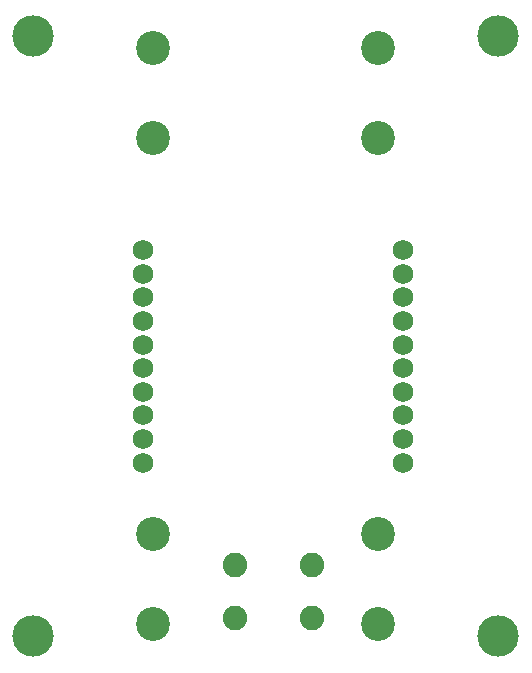
<source format=gbs>
G75*
G70*
%OFA0B0*%
%FSLAX24Y24*%
%IPPOS*%
%LPD*%
%AMOC8*
5,1,8,0,0,1.08239X$1,22.5*
%
%ADD10C,0.0680*%
%ADD11C,0.1130*%
%ADD12C,0.1380*%
%ADD13C,0.0820*%
D10*
X004894Y007012D03*
X004894Y007800D03*
X004894Y008587D03*
X004894Y009375D03*
X004894Y010162D03*
X004894Y010949D03*
X004894Y011737D03*
X004894Y012524D03*
X004894Y013312D03*
X004894Y014099D03*
X013556Y014099D03*
X013556Y013312D03*
X013556Y012524D03*
X013556Y011737D03*
X013556Y010949D03*
X013556Y010162D03*
X013556Y009375D03*
X013556Y008587D03*
X013556Y007800D03*
X013556Y007012D03*
D11*
X012725Y004625D03*
X012725Y001625D03*
X005225Y001625D03*
X005225Y004625D03*
X005225Y017825D03*
X005225Y020825D03*
X012725Y020825D03*
X012725Y017825D03*
D12*
X001225Y001225D03*
X016725Y001225D03*
X016725Y021225D03*
X001225Y021225D03*
D13*
X007945Y003615D03*
X007945Y001835D03*
X010505Y001835D03*
X010505Y003615D03*
M02*

</source>
